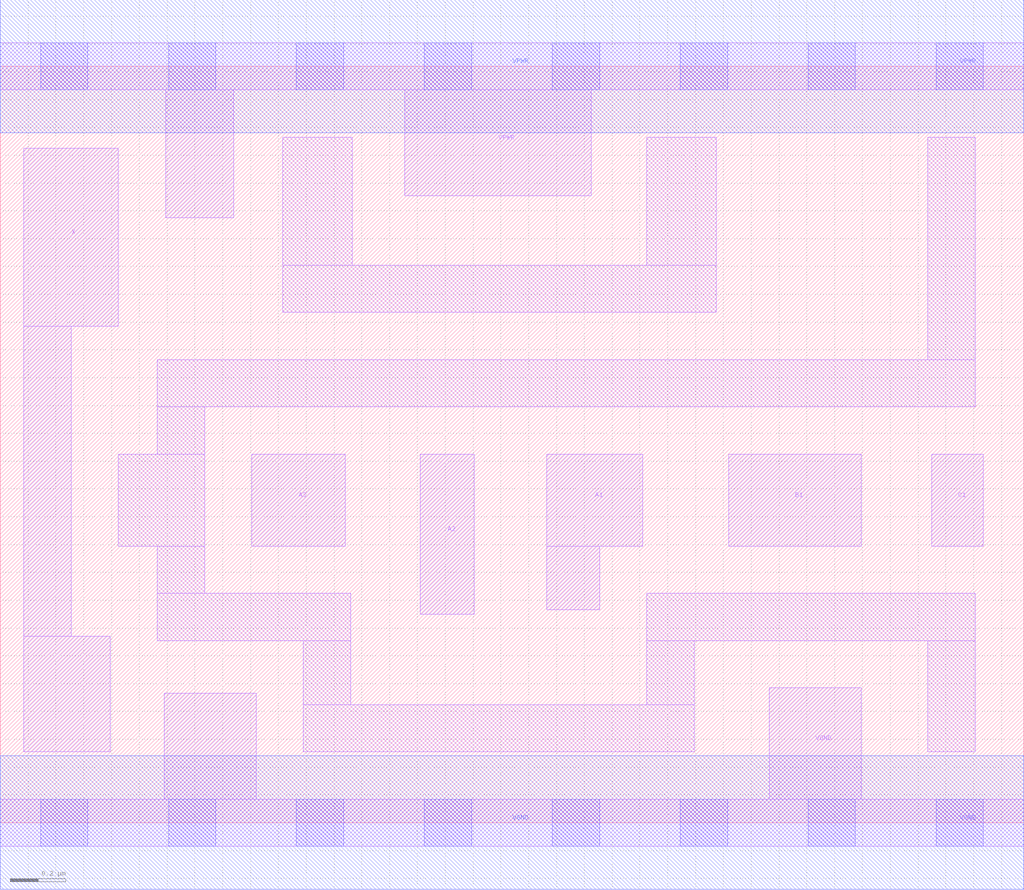
<source format=lef>
# Copyright 2020 The SkyWater PDK Authors
#
# Licensed under the Apache License, Version 2.0 (the "License");
# you may not use this file except in compliance with the License.
# You may obtain a copy of the License at
#
#     https://www.apache.org/licenses/LICENSE-2.0
#
# Unless required by applicable law or agreed to in writing, software
# distributed under the License is distributed on an "AS IS" BASIS,
# WITHOUT WARRANTIES OR CONDITIONS OF ANY KIND, either express or implied.
# See the License for the specific language governing permissions and
# limitations under the License.
#
# SPDX-License-Identifier: Apache-2.0

VERSION 5.7 ;
  NAMESCASESENSITIVE ON ;
  NOWIREEXTENSIONATPIN ON ;
  DIVIDERCHAR "/" ;
  BUSBITCHARS "[]" ;
UNITS
  DATABASE MICRONS 200 ;
END UNITS
MACRO sky130_fd_sc_hd__a311o_1
  CLASS CORE ;
  SOURCE USER ;
  FOREIGN sky130_fd_sc_hd__a311o_1 ;
  ORIGIN  0.000000  0.000000 ;
  SIZE  3.680000 BY  2.720000 ;
  SYMMETRY X Y R90 ;
  SITE unithd ;
  PIN A1
    ANTENNAGATEAREA  0.247500 ;
    DIRECTION INPUT ;
    USE SIGNAL ;
    PORT
      LAYER li1 ;
        RECT 1.965000 0.765000 2.155000 0.995000 ;
        RECT 1.965000 0.995000 2.310000 1.325000 ;
    END
  END A1
  PIN A2
    ANTENNAGATEAREA  0.247500 ;
    DIRECTION INPUT ;
    USE SIGNAL ;
    PORT
      LAYER li1 ;
        RECT 1.510000 0.750000 1.705000 1.325000 ;
    END
  END A2
  PIN A3
    ANTENNAGATEAREA  0.247500 ;
    DIRECTION INPUT ;
    USE SIGNAL ;
    PORT
      LAYER li1 ;
        RECT 0.905000 0.995000 1.240000 1.325000 ;
    END
  END A3
  PIN B1
    ANTENNAGATEAREA  0.247500 ;
    DIRECTION INPUT ;
    USE SIGNAL ;
    PORT
      LAYER li1 ;
        RECT 2.620000 0.995000 3.095000 1.325000 ;
    END
  END B1
  PIN C1
    ANTENNAGATEAREA  0.247500 ;
    DIRECTION INPUT ;
    USE SIGNAL ;
    PORT
      LAYER li1 ;
        RECT 3.350000 0.995000 3.535000 1.325000 ;
    END
  END C1
  PIN X
    ANTENNADIFFAREA  0.454000 ;
    DIRECTION OUTPUT ;
    USE SIGNAL ;
    PORT
      LAYER li1 ;
        RECT 0.085000 0.255000 0.395000 0.670000 ;
        RECT 0.085000 0.670000 0.255000 1.785000 ;
        RECT 0.085000 1.785000 0.425000 2.425000 ;
    END
  END X
  PIN VGND
    DIRECTION INOUT ;
    SHAPE ABUTMENT ;
    USE GROUND ;
    PORT
      LAYER li1 ;
        RECT 0.000000 -0.085000 3.680000 0.085000 ;
        RECT 0.590000  0.085000 0.920000 0.465000 ;
        RECT 2.765000  0.085000 3.095000 0.485000 ;
      LAYER mcon ;
        RECT 0.145000 -0.085000 0.315000 0.085000 ;
        RECT 0.605000 -0.085000 0.775000 0.085000 ;
        RECT 1.065000 -0.085000 1.235000 0.085000 ;
        RECT 1.525000 -0.085000 1.695000 0.085000 ;
        RECT 1.985000 -0.085000 2.155000 0.085000 ;
        RECT 2.445000 -0.085000 2.615000 0.085000 ;
        RECT 2.905000 -0.085000 3.075000 0.085000 ;
        RECT 3.365000 -0.085000 3.535000 0.085000 ;
      LAYER met1 ;
        RECT 0.000000 -0.240000 3.680000 0.240000 ;
    END
  END VGND
  PIN VPWR
    DIRECTION INOUT ;
    SHAPE ABUTMENT ;
    USE POWER ;
    PORT
      LAYER li1 ;
        RECT 0.000000 2.635000 3.680000 2.805000 ;
        RECT 0.595000 2.175000 0.840000 2.635000 ;
        RECT 1.455000 2.255000 2.125000 2.635000 ;
      LAYER mcon ;
        RECT 0.145000 2.635000 0.315000 2.805000 ;
        RECT 0.605000 2.635000 0.775000 2.805000 ;
        RECT 1.065000 2.635000 1.235000 2.805000 ;
        RECT 1.525000 2.635000 1.695000 2.805000 ;
        RECT 1.985000 2.635000 2.155000 2.805000 ;
        RECT 2.445000 2.635000 2.615000 2.805000 ;
        RECT 2.905000 2.635000 3.075000 2.805000 ;
        RECT 3.365000 2.635000 3.535000 2.805000 ;
      LAYER met1 ;
        RECT 0.000000 2.480000 3.680000 2.960000 ;
    END
  END VPWR
  OBS
    LAYER li1 ;
      RECT 0.425000 0.995000 0.735000 1.325000 ;
      RECT 0.565000 0.655000 1.260000 0.825000 ;
      RECT 0.565000 0.825000 0.735000 0.995000 ;
      RECT 0.565000 1.325000 0.735000 1.495000 ;
      RECT 0.565000 1.495000 3.505000 1.665000 ;
      RECT 1.015000 1.835000 2.575000 2.005000 ;
      RECT 1.015000 2.005000 1.265000 2.465000 ;
      RECT 1.090000 0.255000 2.495000 0.425000 ;
      RECT 1.090000 0.425000 1.260000 0.655000 ;
      RECT 2.325000 0.425000 2.495000 0.655000 ;
      RECT 2.325000 0.655000 3.505000 0.825000 ;
      RECT 2.325000 2.005000 2.575000 2.465000 ;
      RECT 3.335000 0.255000 3.505000 0.655000 ;
      RECT 3.335000 1.665000 3.505000 2.465000 ;
  END
END sky130_fd_sc_hd__a311o_1
END LIBRARY

</source>
